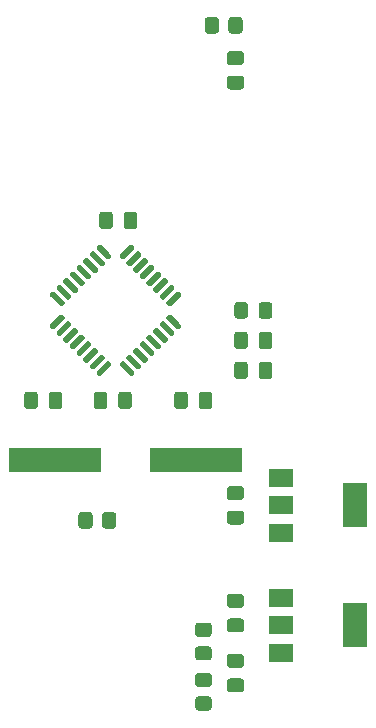
<source format=gbr>
%TF.GenerationSoftware,KiCad,Pcbnew,5.1.8-5.1.8*%
%TF.CreationDate,2020-12-14T22:16:24-06:00*%
%TF.ProjectId,Mini2CV,4d696e69-3243-4562-9e6b-696361645f70,rev?*%
%TF.SameCoordinates,Original*%
%TF.FileFunction,Paste,Top*%
%TF.FilePolarity,Positive*%
%FSLAX46Y46*%
G04 Gerber Fmt 4.6, Leading zero omitted, Abs format (unit mm)*
G04 Created by KiCad (PCBNEW 5.1.8-5.1.8) date 2020-12-14 22:16:24*
%MOMM*%
%LPD*%
G01*
G04 APERTURE LIST*
%ADD10R,2.000000X1.500000*%
%ADD11R,2.000000X3.800000*%
%ADD12R,7.875000X2.000000*%
G04 APERTURE END LIST*
%TO.C,C1*%
G36*
G01*
X124935000Y-71940000D02*
X123985000Y-71940000D01*
G75*
G02*
X123735000Y-71690000I0J250000D01*
G01*
X123735000Y-71015000D01*
G75*
G02*
X123985000Y-70765000I250000J0D01*
G01*
X124935000Y-70765000D01*
G75*
G02*
X125185000Y-71015000I0J-250000D01*
G01*
X125185000Y-71690000D01*
G75*
G02*
X124935000Y-71940000I-250000J0D01*
G01*
G37*
G36*
G01*
X124935000Y-74015000D02*
X123985000Y-74015000D01*
G75*
G02*
X123735000Y-73765000I0J250000D01*
G01*
X123735000Y-73090000D01*
G75*
G02*
X123985000Y-72840000I250000J0D01*
G01*
X124935000Y-72840000D01*
G75*
G02*
X125185000Y-73090000I0J-250000D01*
G01*
X125185000Y-73765000D01*
G75*
G02*
X124935000Y-74015000I-250000J0D01*
G01*
G37*
%TD*%
%TO.C,C2*%
G36*
G01*
X109807500Y-99855000D02*
X109807500Y-100805000D01*
G75*
G02*
X109557500Y-101055000I-250000J0D01*
G01*
X108882500Y-101055000D01*
G75*
G02*
X108632500Y-100805000I0J250000D01*
G01*
X108632500Y-99855000D01*
G75*
G02*
X108882500Y-99605000I250000J0D01*
G01*
X109557500Y-99605000D01*
G75*
G02*
X109807500Y-99855000I0J-250000D01*
G01*
G37*
G36*
G01*
X107732500Y-99855000D02*
X107732500Y-100805000D01*
G75*
G02*
X107482500Y-101055000I-250000J0D01*
G01*
X106807500Y-101055000D01*
G75*
G02*
X106557500Y-100805000I0J250000D01*
G01*
X106557500Y-99855000D01*
G75*
G02*
X106807500Y-99605000I250000J0D01*
G01*
X107482500Y-99605000D01*
G75*
G02*
X107732500Y-99855000I0J-250000D01*
G01*
G37*
%TD*%
%TO.C,C3*%
G36*
G01*
X121332500Y-100805000D02*
X121332500Y-99855000D01*
G75*
G02*
X121582500Y-99605000I250000J0D01*
G01*
X122257500Y-99605000D01*
G75*
G02*
X122507500Y-99855000I0J-250000D01*
G01*
X122507500Y-100805000D01*
G75*
G02*
X122257500Y-101055000I-250000J0D01*
G01*
X121582500Y-101055000D01*
G75*
G02*
X121332500Y-100805000I0J250000D01*
G01*
G37*
G36*
G01*
X119257500Y-100805000D02*
X119257500Y-99855000D01*
G75*
G02*
X119507500Y-99605000I250000J0D01*
G01*
X120182500Y-99605000D01*
G75*
G02*
X120432500Y-99855000I0J-250000D01*
G01*
X120432500Y-100805000D01*
G75*
G02*
X120182500Y-101055000I-250000J0D01*
G01*
X119507500Y-101055000D01*
G75*
G02*
X119257500Y-100805000I0J250000D01*
G01*
G37*
%TD*%
%TO.C,C4*%
G36*
G01*
X123985000Y-121797500D02*
X124935000Y-121797500D01*
G75*
G02*
X125185000Y-122047500I0J-250000D01*
G01*
X125185000Y-122722500D01*
G75*
G02*
X124935000Y-122972500I-250000J0D01*
G01*
X123985000Y-122972500D01*
G75*
G02*
X123735000Y-122722500I0J250000D01*
G01*
X123735000Y-122047500D01*
G75*
G02*
X123985000Y-121797500I250000J0D01*
G01*
G37*
G36*
G01*
X123985000Y-123872500D02*
X124935000Y-123872500D01*
G75*
G02*
X125185000Y-124122500I0J-250000D01*
G01*
X125185000Y-124797500D01*
G75*
G02*
X124935000Y-125047500I-250000J0D01*
G01*
X123985000Y-125047500D01*
G75*
G02*
X123735000Y-124797500I0J250000D01*
G01*
X123735000Y-124122500D01*
G75*
G02*
X123985000Y-123872500I250000J0D01*
G01*
G37*
%TD*%
%TO.C,C5*%
G36*
G01*
X124935000Y-117892500D02*
X123985000Y-117892500D01*
G75*
G02*
X123735000Y-117642500I0J250000D01*
G01*
X123735000Y-116967500D01*
G75*
G02*
X123985000Y-116717500I250000J0D01*
G01*
X124935000Y-116717500D01*
G75*
G02*
X125185000Y-116967500I0J-250000D01*
G01*
X125185000Y-117642500D01*
G75*
G02*
X124935000Y-117892500I-250000J0D01*
G01*
G37*
G36*
G01*
X124935000Y-119967500D02*
X123985000Y-119967500D01*
G75*
G02*
X123735000Y-119717500I0J250000D01*
G01*
X123735000Y-119042500D01*
G75*
G02*
X123985000Y-118792500I250000J0D01*
G01*
X124935000Y-118792500D01*
G75*
G02*
X125185000Y-119042500I0J-250000D01*
G01*
X125185000Y-119717500D01*
G75*
G02*
X124935000Y-119967500I-250000J0D01*
G01*
G37*
%TD*%
%TO.C,C6*%
G36*
G01*
X112907500Y-85565000D02*
X112907500Y-84615000D01*
G75*
G02*
X113157500Y-84365000I250000J0D01*
G01*
X113832500Y-84365000D01*
G75*
G02*
X114082500Y-84615000I0J-250000D01*
G01*
X114082500Y-85565000D01*
G75*
G02*
X113832500Y-85815000I-250000J0D01*
G01*
X113157500Y-85815000D01*
G75*
G02*
X112907500Y-85565000I0J250000D01*
G01*
G37*
G36*
G01*
X114982500Y-85565000D02*
X114982500Y-84615000D01*
G75*
G02*
X115232500Y-84365000I250000J0D01*
G01*
X115907500Y-84365000D01*
G75*
G02*
X116157500Y-84615000I0J-250000D01*
G01*
X116157500Y-85565000D01*
G75*
G02*
X115907500Y-85815000I-250000J0D01*
G01*
X115232500Y-85815000D01*
G75*
G02*
X114982500Y-85565000I0J250000D01*
G01*
G37*
%TD*%
%TO.C,C7*%
G36*
G01*
X124935000Y-110845000D02*
X123985000Y-110845000D01*
G75*
G02*
X123735000Y-110595000I0J250000D01*
G01*
X123735000Y-109920000D01*
G75*
G02*
X123985000Y-109670000I250000J0D01*
G01*
X124935000Y-109670000D01*
G75*
G02*
X125185000Y-109920000I0J-250000D01*
G01*
X125185000Y-110595000D01*
G75*
G02*
X124935000Y-110845000I-250000J0D01*
G01*
G37*
G36*
G01*
X124935000Y-108770000D02*
X123985000Y-108770000D01*
G75*
G02*
X123735000Y-108520000I0J250000D01*
G01*
X123735000Y-107845000D01*
G75*
G02*
X123985000Y-107595000I250000J0D01*
G01*
X124935000Y-107595000D01*
G75*
G02*
X125185000Y-107845000I0J-250000D01*
G01*
X125185000Y-108520000D01*
G75*
G02*
X124935000Y-108770000I-250000J0D01*
G01*
G37*
%TD*%
%TO.C,C8*%
G36*
G01*
X113617500Y-99855000D02*
X113617500Y-100805000D01*
G75*
G02*
X113367500Y-101055000I-250000J0D01*
G01*
X112692500Y-101055000D01*
G75*
G02*
X112442500Y-100805000I0J250000D01*
G01*
X112442500Y-99855000D01*
G75*
G02*
X112692500Y-99605000I250000J0D01*
G01*
X113367500Y-99605000D01*
G75*
G02*
X113617500Y-99855000I0J-250000D01*
G01*
G37*
G36*
G01*
X115692500Y-99855000D02*
X115692500Y-100805000D01*
G75*
G02*
X115442500Y-101055000I-250000J0D01*
G01*
X114767500Y-101055000D01*
G75*
G02*
X114517500Y-100805000I0J250000D01*
G01*
X114517500Y-99855000D01*
G75*
G02*
X114767500Y-99605000I250000J0D01*
G01*
X115442500Y-99605000D01*
G75*
G02*
X115692500Y-99855000I0J-250000D01*
G01*
G37*
%TD*%
%TO.C,C9*%
G36*
G01*
X124337500Y-98265000D02*
X124337500Y-97315000D01*
G75*
G02*
X124587500Y-97065000I250000J0D01*
G01*
X125262500Y-97065000D01*
G75*
G02*
X125512500Y-97315000I0J-250000D01*
G01*
X125512500Y-98265000D01*
G75*
G02*
X125262500Y-98515000I-250000J0D01*
G01*
X124587500Y-98515000D01*
G75*
G02*
X124337500Y-98265000I0J250000D01*
G01*
G37*
G36*
G01*
X126412500Y-98265000D02*
X126412500Y-97315000D01*
G75*
G02*
X126662500Y-97065000I250000J0D01*
G01*
X127337500Y-97065000D01*
G75*
G02*
X127587500Y-97315000I0J-250000D01*
G01*
X127587500Y-98265000D01*
G75*
G02*
X127337500Y-98515000I-250000J0D01*
G01*
X126662500Y-98515000D01*
G75*
G02*
X126412500Y-98265000I0J250000D01*
G01*
G37*
%TD*%
%TO.C,C10*%
G36*
G01*
X126412500Y-95725000D02*
X126412500Y-94775000D01*
G75*
G02*
X126662500Y-94525000I250000J0D01*
G01*
X127337500Y-94525000D01*
G75*
G02*
X127587500Y-94775000I0J-250000D01*
G01*
X127587500Y-95725000D01*
G75*
G02*
X127337500Y-95975000I-250000J0D01*
G01*
X126662500Y-95975000D01*
G75*
G02*
X126412500Y-95725000I0J250000D01*
G01*
G37*
G36*
G01*
X124337500Y-95725000D02*
X124337500Y-94775000D01*
G75*
G02*
X124587500Y-94525000I250000J0D01*
G01*
X125262500Y-94525000D01*
G75*
G02*
X125512500Y-94775000I0J-250000D01*
G01*
X125512500Y-95725000D01*
G75*
G02*
X125262500Y-95975000I-250000J0D01*
G01*
X124587500Y-95975000D01*
G75*
G02*
X124337500Y-95725000I0J250000D01*
G01*
G37*
%TD*%
%TO.C,FB1*%
G36*
G01*
X124375000Y-93160001D02*
X124375000Y-92259999D01*
G75*
G02*
X124624999Y-92010000I249999J0D01*
G01*
X125275001Y-92010000D01*
G75*
G02*
X125525000Y-92259999I0J-249999D01*
G01*
X125525000Y-93160001D01*
G75*
G02*
X125275001Y-93410000I-249999J0D01*
G01*
X124624999Y-93410000D01*
G75*
G02*
X124375000Y-93160001I0J249999D01*
G01*
G37*
G36*
G01*
X126425000Y-93160001D02*
X126425000Y-92259999D01*
G75*
G02*
X126674999Y-92010000I249999J0D01*
G01*
X127325001Y-92010000D01*
G75*
G02*
X127575000Y-92259999I0J-249999D01*
G01*
X127575000Y-93160001D01*
G75*
G02*
X127325001Y-93410000I-249999J0D01*
G01*
X126674999Y-93410000D01*
G75*
G02*
X126425000Y-93160001I0J249999D01*
G01*
G37*
%TD*%
%TO.C,R3*%
G36*
G01*
X114360000Y-110039999D02*
X114360000Y-110940001D01*
G75*
G02*
X114110001Y-111190000I-249999J0D01*
G01*
X113409999Y-111190000D01*
G75*
G02*
X113160000Y-110940001I0J249999D01*
G01*
X113160000Y-110039999D01*
G75*
G02*
X113409999Y-109790000I249999J0D01*
G01*
X114110001Y-109790000D01*
G75*
G02*
X114360000Y-110039999I0J-249999D01*
G01*
G37*
G36*
G01*
X112360000Y-110039999D02*
X112360000Y-110940001D01*
G75*
G02*
X112110001Y-111190000I-249999J0D01*
G01*
X111409999Y-111190000D01*
G75*
G02*
X111160000Y-110940001I0J249999D01*
G01*
X111160000Y-110039999D01*
G75*
G02*
X111409999Y-109790000I249999J0D01*
G01*
X112110001Y-109790000D01*
G75*
G02*
X112360000Y-110039999I0J-249999D01*
G01*
G37*
%TD*%
%TO.C,R5*%
G36*
G01*
X122200001Y-124600000D02*
X121299999Y-124600000D01*
G75*
G02*
X121050000Y-124350001I0J249999D01*
G01*
X121050000Y-123649999D01*
G75*
G02*
X121299999Y-123400000I249999J0D01*
G01*
X122200001Y-123400000D01*
G75*
G02*
X122450000Y-123649999I0J-249999D01*
G01*
X122450000Y-124350001D01*
G75*
G02*
X122200001Y-124600000I-249999J0D01*
G01*
G37*
G36*
G01*
X122200001Y-126600000D02*
X121299999Y-126600000D01*
G75*
G02*
X121050000Y-126350001I0J249999D01*
G01*
X121050000Y-125649999D01*
G75*
G02*
X121299999Y-125400000I249999J0D01*
G01*
X122200001Y-125400000D01*
G75*
G02*
X122450000Y-125649999I0J-249999D01*
G01*
X122450000Y-126350001D01*
G75*
G02*
X122200001Y-126600000I-249999J0D01*
G01*
G37*
%TD*%
%TO.C,R6*%
G36*
G01*
X122200001Y-122350000D02*
X121299999Y-122350000D01*
G75*
G02*
X121050000Y-122100001I0J249999D01*
G01*
X121050000Y-121399999D01*
G75*
G02*
X121299999Y-121150000I249999J0D01*
G01*
X122200001Y-121150000D01*
G75*
G02*
X122450000Y-121399999I0J-249999D01*
G01*
X122450000Y-122100001D01*
G75*
G02*
X122200001Y-122350000I-249999J0D01*
G01*
G37*
G36*
G01*
X122200001Y-120350000D02*
X121299999Y-120350000D01*
G75*
G02*
X121050000Y-120100001I0J249999D01*
G01*
X121050000Y-119399999D01*
G75*
G02*
X121299999Y-119150000I249999J0D01*
G01*
X122200001Y-119150000D01*
G75*
G02*
X122450000Y-119399999I0J-249999D01*
G01*
X122450000Y-120100001D01*
G75*
G02*
X122200001Y-120350000I-249999J0D01*
G01*
G37*
%TD*%
%TO.C,R9*%
G36*
G01*
X123860000Y-69030001D02*
X123860000Y-68129999D01*
G75*
G02*
X124109999Y-67880000I249999J0D01*
G01*
X124810001Y-67880000D01*
G75*
G02*
X125060000Y-68129999I0J-249999D01*
G01*
X125060000Y-69030001D01*
G75*
G02*
X124810001Y-69280000I-249999J0D01*
G01*
X124109999Y-69280000D01*
G75*
G02*
X123860000Y-69030001I0J249999D01*
G01*
G37*
G36*
G01*
X121860000Y-69030001D02*
X121860000Y-68129999D01*
G75*
G02*
X122109999Y-67880000I249999J0D01*
G01*
X122810001Y-67880000D01*
G75*
G02*
X123060000Y-68129999I0J-249999D01*
G01*
X123060000Y-69030001D01*
G75*
G02*
X122810001Y-69280000I-249999J0D01*
G01*
X122109999Y-69280000D01*
G75*
G02*
X121860000Y-69030001I0J249999D01*
G01*
G37*
%TD*%
D10*
%TO.C,U1*%
X128320000Y-117080000D03*
X128320000Y-121680000D03*
X128320000Y-119380000D03*
D11*
X134620000Y-119380000D03*
%TD*%
%TO.C,U2*%
G36*
G01*
X115890990Y-98084011D02*
X115714213Y-98260788D01*
G75*
G02*
X115537437Y-98260788I-88388J88388D01*
G01*
X114653554Y-97376905D01*
G75*
G02*
X114653554Y-97200129I88388J88388D01*
G01*
X114830331Y-97023352D01*
G75*
G02*
X115007107Y-97023352I88388J-88388D01*
G01*
X115890990Y-97907235D01*
G75*
G02*
X115890990Y-98084011I-88388J-88388D01*
G01*
G37*
G36*
G01*
X116456675Y-97518325D02*
X116279898Y-97695102D01*
G75*
G02*
X116103122Y-97695102I-88388J88388D01*
G01*
X115219239Y-96811219D01*
G75*
G02*
X115219239Y-96634443I88388J88388D01*
G01*
X115396016Y-96457666D01*
G75*
G02*
X115572792Y-96457666I88388J-88388D01*
G01*
X116456675Y-97341549D01*
G75*
G02*
X116456675Y-97518325I-88388J-88388D01*
G01*
G37*
G36*
G01*
X117022361Y-96952640D02*
X116845584Y-97129417D01*
G75*
G02*
X116668808Y-97129417I-88388J88388D01*
G01*
X115784925Y-96245534D01*
G75*
G02*
X115784925Y-96068758I88388J88388D01*
G01*
X115961702Y-95891981D01*
G75*
G02*
X116138478Y-95891981I88388J-88388D01*
G01*
X117022361Y-96775864D01*
G75*
G02*
X117022361Y-96952640I-88388J-88388D01*
G01*
G37*
G36*
G01*
X117588046Y-96386955D02*
X117411269Y-96563732D01*
G75*
G02*
X117234493Y-96563732I-88388J88388D01*
G01*
X116350610Y-95679849D01*
G75*
G02*
X116350610Y-95503073I88388J88388D01*
G01*
X116527387Y-95326296D01*
G75*
G02*
X116704163Y-95326296I88388J-88388D01*
G01*
X117588046Y-96210179D01*
G75*
G02*
X117588046Y-96386955I-88388J-88388D01*
G01*
G37*
G36*
G01*
X118153732Y-95821269D02*
X117976955Y-95998046D01*
G75*
G02*
X117800179Y-95998046I-88388J88388D01*
G01*
X116916296Y-95114163D01*
G75*
G02*
X116916296Y-94937387I88388J88388D01*
G01*
X117093073Y-94760610D01*
G75*
G02*
X117269849Y-94760610I88388J-88388D01*
G01*
X118153732Y-95644493D01*
G75*
G02*
X118153732Y-95821269I-88388J-88388D01*
G01*
G37*
G36*
G01*
X118719417Y-95255584D02*
X118542640Y-95432361D01*
G75*
G02*
X118365864Y-95432361I-88388J88388D01*
G01*
X117481981Y-94548478D01*
G75*
G02*
X117481981Y-94371702I88388J88388D01*
G01*
X117658758Y-94194925D01*
G75*
G02*
X117835534Y-94194925I88388J-88388D01*
G01*
X118719417Y-95078808D01*
G75*
G02*
X118719417Y-95255584I-88388J-88388D01*
G01*
G37*
G36*
G01*
X119285102Y-94689898D02*
X119108325Y-94866675D01*
G75*
G02*
X118931549Y-94866675I-88388J88388D01*
G01*
X118047666Y-93982792D01*
G75*
G02*
X118047666Y-93806016I88388J88388D01*
G01*
X118224443Y-93629239D01*
G75*
G02*
X118401219Y-93629239I88388J-88388D01*
G01*
X119285102Y-94513122D01*
G75*
G02*
X119285102Y-94689898I-88388J-88388D01*
G01*
G37*
G36*
G01*
X119850788Y-94124213D02*
X119674011Y-94300990D01*
G75*
G02*
X119497235Y-94300990I-88388J88388D01*
G01*
X118613352Y-93417107D01*
G75*
G02*
X118613352Y-93240331I88388J88388D01*
G01*
X118790129Y-93063554D01*
G75*
G02*
X118966905Y-93063554I88388J-88388D01*
G01*
X119850788Y-93947437D01*
G75*
G02*
X119850788Y-94124213I-88388J-88388D01*
G01*
G37*
G36*
G01*
X119850788Y-91472563D02*
X118966905Y-92356446D01*
G75*
G02*
X118790129Y-92356446I-88388J88388D01*
G01*
X118613352Y-92179669D01*
G75*
G02*
X118613352Y-92002893I88388J88388D01*
G01*
X119497235Y-91119010D01*
G75*
G02*
X119674011Y-91119010I88388J-88388D01*
G01*
X119850788Y-91295787D01*
G75*
G02*
X119850788Y-91472563I-88388J-88388D01*
G01*
G37*
G36*
G01*
X119285102Y-90906878D02*
X118401219Y-91790761D01*
G75*
G02*
X118224443Y-91790761I-88388J88388D01*
G01*
X118047666Y-91613984D01*
G75*
G02*
X118047666Y-91437208I88388J88388D01*
G01*
X118931549Y-90553325D01*
G75*
G02*
X119108325Y-90553325I88388J-88388D01*
G01*
X119285102Y-90730102D01*
G75*
G02*
X119285102Y-90906878I-88388J-88388D01*
G01*
G37*
G36*
G01*
X118719417Y-90341192D02*
X117835534Y-91225075D01*
G75*
G02*
X117658758Y-91225075I-88388J88388D01*
G01*
X117481981Y-91048298D01*
G75*
G02*
X117481981Y-90871522I88388J88388D01*
G01*
X118365864Y-89987639D01*
G75*
G02*
X118542640Y-89987639I88388J-88388D01*
G01*
X118719417Y-90164416D01*
G75*
G02*
X118719417Y-90341192I-88388J-88388D01*
G01*
G37*
G36*
G01*
X118153732Y-89775507D02*
X117269849Y-90659390D01*
G75*
G02*
X117093073Y-90659390I-88388J88388D01*
G01*
X116916296Y-90482613D01*
G75*
G02*
X116916296Y-90305837I88388J88388D01*
G01*
X117800179Y-89421954D01*
G75*
G02*
X117976955Y-89421954I88388J-88388D01*
G01*
X118153732Y-89598731D01*
G75*
G02*
X118153732Y-89775507I-88388J-88388D01*
G01*
G37*
G36*
G01*
X117588046Y-89209821D02*
X116704163Y-90093704D01*
G75*
G02*
X116527387Y-90093704I-88388J88388D01*
G01*
X116350610Y-89916927D01*
G75*
G02*
X116350610Y-89740151I88388J88388D01*
G01*
X117234493Y-88856268D01*
G75*
G02*
X117411269Y-88856268I88388J-88388D01*
G01*
X117588046Y-89033045D01*
G75*
G02*
X117588046Y-89209821I-88388J-88388D01*
G01*
G37*
G36*
G01*
X117022361Y-88644136D02*
X116138478Y-89528019D01*
G75*
G02*
X115961702Y-89528019I-88388J88388D01*
G01*
X115784925Y-89351242D01*
G75*
G02*
X115784925Y-89174466I88388J88388D01*
G01*
X116668808Y-88290583D01*
G75*
G02*
X116845584Y-88290583I88388J-88388D01*
G01*
X117022361Y-88467360D01*
G75*
G02*
X117022361Y-88644136I-88388J-88388D01*
G01*
G37*
G36*
G01*
X116456675Y-88078451D02*
X115572792Y-88962334D01*
G75*
G02*
X115396016Y-88962334I-88388J88388D01*
G01*
X115219239Y-88785557D01*
G75*
G02*
X115219239Y-88608781I88388J88388D01*
G01*
X116103122Y-87724898D01*
G75*
G02*
X116279898Y-87724898I88388J-88388D01*
G01*
X116456675Y-87901675D01*
G75*
G02*
X116456675Y-88078451I-88388J-88388D01*
G01*
G37*
G36*
G01*
X115890990Y-87512765D02*
X115007107Y-88396648D01*
G75*
G02*
X114830331Y-88396648I-88388J88388D01*
G01*
X114653554Y-88219871D01*
G75*
G02*
X114653554Y-88043095I88388J88388D01*
G01*
X115537437Y-87159212D01*
G75*
G02*
X115714213Y-87159212I88388J-88388D01*
G01*
X115890990Y-87335989D01*
G75*
G02*
X115890990Y-87512765I-88388J-88388D01*
G01*
G37*
G36*
G01*
X113946446Y-88219871D02*
X113769669Y-88396648D01*
G75*
G02*
X113592893Y-88396648I-88388J88388D01*
G01*
X112709010Y-87512765D01*
G75*
G02*
X112709010Y-87335989I88388J88388D01*
G01*
X112885787Y-87159212D01*
G75*
G02*
X113062563Y-87159212I88388J-88388D01*
G01*
X113946446Y-88043095D01*
G75*
G02*
X113946446Y-88219871I-88388J-88388D01*
G01*
G37*
G36*
G01*
X113380761Y-88785557D02*
X113203984Y-88962334D01*
G75*
G02*
X113027208Y-88962334I-88388J88388D01*
G01*
X112143325Y-88078451D01*
G75*
G02*
X112143325Y-87901675I88388J88388D01*
G01*
X112320102Y-87724898D01*
G75*
G02*
X112496878Y-87724898I88388J-88388D01*
G01*
X113380761Y-88608781D01*
G75*
G02*
X113380761Y-88785557I-88388J-88388D01*
G01*
G37*
G36*
G01*
X112815075Y-89351242D02*
X112638298Y-89528019D01*
G75*
G02*
X112461522Y-89528019I-88388J88388D01*
G01*
X111577639Y-88644136D01*
G75*
G02*
X111577639Y-88467360I88388J88388D01*
G01*
X111754416Y-88290583D01*
G75*
G02*
X111931192Y-88290583I88388J-88388D01*
G01*
X112815075Y-89174466D01*
G75*
G02*
X112815075Y-89351242I-88388J-88388D01*
G01*
G37*
G36*
G01*
X112249390Y-89916927D02*
X112072613Y-90093704D01*
G75*
G02*
X111895837Y-90093704I-88388J88388D01*
G01*
X111011954Y-89209821D01*
G75*
G02*
X111011954Y-89033045I88388J88388D01*
G01*
X111188731Y-88856268D01*
G75*
G02*
X111365507Y-88856268I88388J-88388D01*
G01*
X112249390Y-89740151D01*
G75*
G02*
X112249390Y-89916927I-88388J-88388D01*
G01*
G37*
G36*
G01*
X111683704Y-90482613D02*
X111506927Y-90659390D01*
G75*
G02*
X111330151Y-90659390I-88388J88388D01*
G01*
X110446268Y-89775507D01*
G75*
G02*
X110446268Y-89598731I88388J88388D01*
G01*
X110623045Y-89421954D01*
G75*
G02*
X110799821Y-89421954I88388J-88388D01*
G01*
X111683704Y-90305837D01*
G75*
G02*
X111683704Y-90482613I-88388J-88388D01*
G01*
G37*
G36*
G01*
X111118019Y-91048298D02*
X110941242Y-91225075D01*
G75*
G02*
X110764466Y-91225075I-88388J88388D01*
G01*
X109880583Y-90341192D01*
G75*
G02*
X109880583Y-90164416I88388J88388D01*
G01*
X110057360Y-89987639D01*
G75*
G02*
X110234136Y-89987639I88388J-88388D01*
G01*
X111118019Y-90871522D01*
G75*
G02*
X111118019Y-91048298I-88388J-88388D01*
G01*
G37*
G36*
G01*
X110552334Y-91613984D02*
X110375557Y-91790761D01*
G75*
G02*
X110198781Y-91790761I-88388J88388D01*
G01*
X109314898Y-90906878D01*
G75*
G02*
X109314898Y-90730102I88388J88388D01*
G01*
X109491675Y-90553325D01*
G75*
G02*
X109668451Y-90553325I88388J-88388D01*
G01*
X110552334Y-91437208D01*
G75*
G02*
X110552334Y-91613984I-88388J-88388D01*
G01*
G37*
G36*
G01*
X109986648Y-92179669D02*
X109809871Y-92356446D01*
G75*
G02*
X109633095Y-92356446I-88388J88388D01*
G01*
X108749212Y-91472563D01*
G75*
G02*
X108749212Y-91295787I88388J88388D01*
G01*
X108925989Y-91119010D01*
G75*
G02*
X109102765Y-91119010I88388J-88388D01*
G01*
X109986648Y-92002893D01*
G75*
G02*
X109986648Y-92179669I-88388J-88388D01*
G01*
G37*
G36*
G01*
X109986648Y-93417107D02*
X109102765Y-94300990D01*
G75*
G02*
X108925989Y-94300990I-88388J88388D01*
G01*
X108749212Y-94124213D01*
G75*
G02*
X108749212Y-93947437I88388J88388D01*
G01*
X109633095Y-93063554D01*
G75*
G02*
X109809871Y-93063554I88388J-88388D01*
G01*
X109986648Y-93240331D01*
G75*
G02*
X109986648Y-93417107I-88388J-88388D01*
G01*
G37*
G36*
G01*
X110552334Y-93982792D02*
X109668451Y-94866675D01*
G75*
G02*
X109491675Y-94866675I-88388J88388D01*
G01*
X109314898Y-94689898D01*
G75*
G02*
X109314898Y-94513122I88388J88388D01*
G01*
X110198781Y-93629239D01*
G75*
G02*
X110375557Y-93629239I88388J-88388D01*
G01*
X110552334Y-93806016D01*
G75*
G02*
X110552334Y-93982792I-88388J-88388D01*
G01*
G37*
G36*
G01*
X111118019Y-94548478D02*
X110234136Y-95432361D01*
G75*
G02*
X110057360Y-95432361I-88388J88388D01*
G01*
X109880583Y-95255584D01*
G75*
G02*
X109880583Y-95078808I88388J88388D01*
G01*
X110764466Y-94194925D01*
G75*
G02*
X110941242Y-94194925I88388J-88388D01*
G01*
X111118019Y-94371702D01*
G75*
G02*
X111118019Y-94548478I-88388J-88388D01*
G01*
G37*
G36*
G01*
X111683704Y-95114163D02*
X110799821Y-95998046D01*
G75*
G02*
X110623045Y-95998046I-88388J88388D01*
G01*
X110446268Y-95821269D01*
G75*
G02*
X110446268Y-95644493I88388J88388D01*
G01*
X111330151Y-94760610D01*
G75*
G02*
X111506927Y-94760610I88388J-88388D01*
G01*
X111683704Y-94937387D01*
G75*
G02*
X111683704Y-95114163I-88388J-88388D01*
G01*
G37*
G36*
G01*
X112249390Y-95679849D02*
X111365507Y-96563732D01*
G75*
G02*
X111188731Y-96563732I-88388J88388D01*
G01*
X111011954Y-96386955D01*
G75*
G02*
X111011954Y-96210179I88388J88388D01*
G01*
X111895837Y-95326296D01*
G75*
G02*
X112072613Y-95326296I88388J-88388D01*
G01*
X112249390Y-95503073D01*
G75*
G02*
X112249390Y-95679849I-88388J-88388D01*
G01*
G37*
G36*
G01*
X112815075Y-96245534D02*
X111931192Y-97129417D01*
G75*
G02*
X111754416Y-97129417I-88388J88388D01*
G01*
X111577639Y-96952640D01*
G75*
G02*
X111577639Y-96775864I88388J88388D01*
G01*
X112461522Y-95891981D01*
G75*
G02*
X112638298Y-95891981I88388J-88388D01*
G01*
X112815075Y-96068758D01*
G75*
G02*
X112815075Y-96245534I-88388J-88388D01*
G01*
G37*
G36*
G01*
X113380761Y-96811219D02*
X112496878Y-97695102D01*
G75*
G02*
X112320102Y-97695102I-88388J88388D01*
G01*
X112143325Y-97518325D01*
G75*
G02*
X112143325Y-97341549I88388J88388D01*
G01*
X113027208Y-96457666D01*
G75*
G02*
X113203984Y-96457666I88388J-88388D01*
G01*
X113380761Y-96634443D01*
G75*
G02*
X113380761Y-96811219I-88388J-88388D01*
G01*
G37*
G36*
G01*
X113946446Y-97376905D02*
X113062563Y-98260788D01*
G75*
G02*
X112885787Y-98260788I-88388J88388D01*
G01*
X112709010Y-98084011D01*
G75*
G02*
X112709010Y-97907235I88388J88388D01*
G01*
X113592893Y-97023352D01*
G75*
G02*
X113769669Y-97023352I88388J-88388D01*
G01*
X113946446Y-97200129D01*
G75*
G02*
X113946446Y-97376905I-88388J-88388D01*
G01*
G37*
%TD*%
%TO.C,U3*%
X134620000Y-109220000D03*
D10*
X128320000Y-109220000D03*
X128320000Y-111520000D03*
X128320000Y-106920000D03*
%TD*%
D12*
%TO.C,Y1*%
X109220000Y-105410000D03*
X121095000Y-105410000D03*
%TD*%
M02*

</source>
